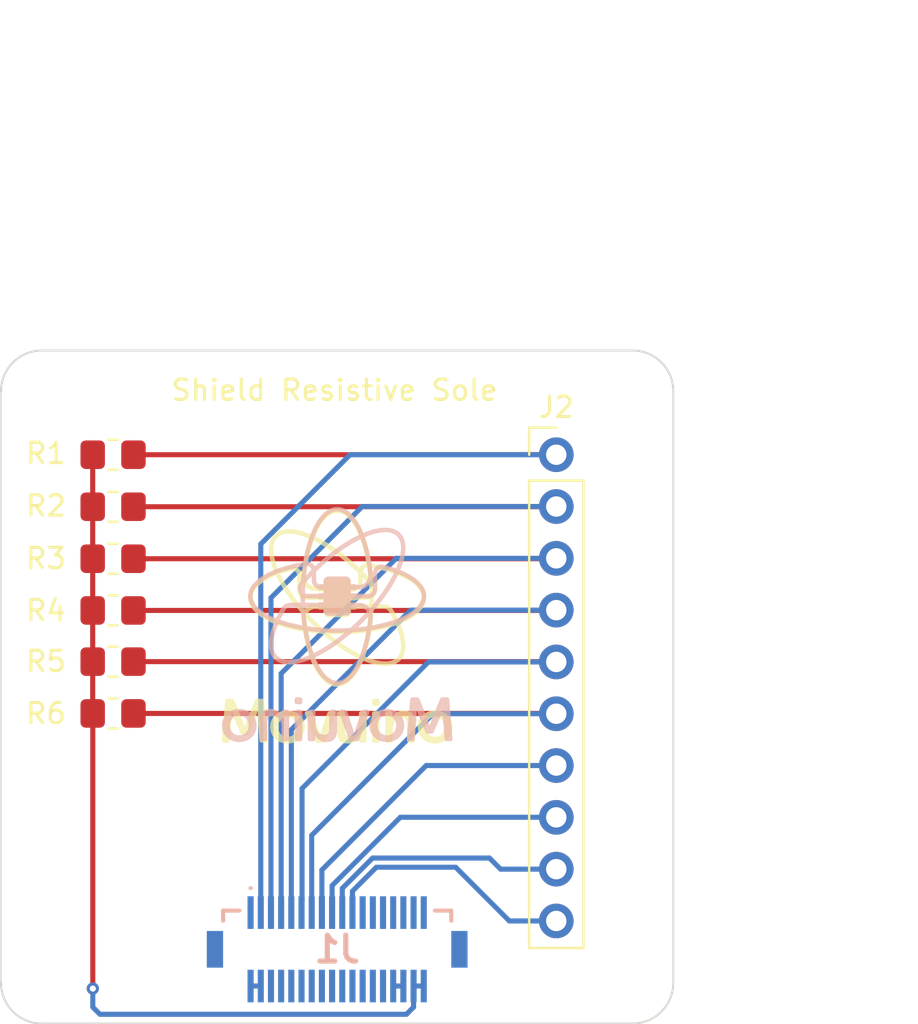
<source format=kicad_pcb>
(kicad_pcb (version 20171130) (host pcbnew "(5.1.10)-1")
  (layers (0 F.Cu signal) (31 B.Cu signal) (34 B.Paste user) (35 F.Paste user) (36 B.SilkS user) (37 F.SilkS user) (38 B.Mask user) (39 F.Mask user) (44 Edge.Cuts user))
  (net 0 "")
  (net 1 "Net-(J1-PadMP2)")
  (net 2 "Net-(J1-PadMP1)")
  (net 3 /GND)
  (net 4 /GPIO2)
  (net 5 /IO5)
  (net 6 /3v3)
  (net 7 /IO4)
  (net 8 /IO13)
  (net 9 /SCL)
  (net 10 /IO12)
  (net 11 /SDA)
  (net 12 /IO15)
  (net 13 /MISO)
  (net 14 /IO14)
  (net 15 /MOSI)
  (net 16 /IO27)
  (net 17 /SCK)
  (net 18 /IO26)
  (net 19 /TXD)
  (net 20 /IO25)
  (net 21 /RXD)
  (net 22 /IO33)
  (net 23 /GPIO0)
  (net 24 /IO32)
  (net 25 /RESET)
  (net 26 /IO35)
  (net 27 /PB)
  (net 28 /IO37)
  (net 29 /VBATT)
  (net 30 /IO34)
  (net 31 /BATT)
  (net 32 /IO39)
  (net 33 /5V)
  (net 34 /IO38)
  (net 35 /IO36)
  (module MountingHole:MountingHole_2.2mm_M2 (layer F.Cu) (at 171.3015 63.95414)
    (fp_text reference REF** hide)
    (fp_text value MountingHole_2.2mm_M2 hide)
    (pad "" np_thru_hole circle (at -40.6465 16.76086) (size 2.2 2.2) (drill 2.2) (layers *.Cu *.Mask))
  )
  (module MountingHole:MountingHole_2.2mm_M2 (layer F.Cu) (at 171.2515 92.90414)
    (fp_text reference REF** hide)
    (fp_text value MountingHole_2.2mm_M2 hide)
    (pad "" np_thru_hole circle (at -40.6465 16.76086) (size 2.2 2.2) (drill 2.2) (layers *.Cu *.Mask))
  )
  (module MountingHole:MountingHole_2.2mm_M2 (layer F.Cu) (at 166.01492 82.9646)
    (fp_text reference REF** hide)
    (fp_text value MountingHole_2.2mm_M2 hide)
    (pad "" np_thru_hole circle (at -6.26992 26.7004) (size 2.2 2.2) (drill 2.2) (layers *.Cu *.Mask))
  )
  (module MountingHole:MountingHole_2.2mm_M2 (layer F.Cu) (at 160.18816 85.22206)
    (fp_text reference REF** hide)
    (fp_text value MountingHole_2.2mm_M2 hide)
    (pad "" np_thru_hole circle (at -0.44316 -4.55706) (size 2.2 2.2) (drill 2.2) (layers *.Cu *.Mask))
  )
  (module MovuinoESP8266:LOGO_MOVUINO_BMP_11MM-BOTTOM (layer F.Cu) (at 145.203 90.725)
    (fp_text reference U$8 hide)
    (fp_text value LOGO_MOVUINOBOTTOM_11MM hide)
  )
  (module MovuinoESP8266:LOGO_MOVUINO_BMP_11MM-BOTTOM (layer B.Cu) (at 145.287 90.79916 180)
    (fp_text reference U$8 hide)
    (fp_text value LOGO_MOVUINOBOTTOM_11MM hide)
  )
  (module Resistor_SMD:R_0805_2012Metric_Pad1.20x1.40mm_HandSolder (layer F.Cu) (at 134.245 96.46 180)
    (fp_text reference R6 (at 3.295 -0.005) (layer F.SilkS))
    (fp_text value 10k)
    (pad 2 smd roundrect (at 1 0 180) (size 1.2 1.4) (layers F.Cu F.Paste F.Mask) (roundrect_rratio 0.2083325) (net 3 /GND))
    (pad 1 smd roundrect (at -1 0 180) (size 1.2 1.4) (layers F.Cu F.Paste F.Mask) (roundrect_rratio 0.2083325) (net 24 /IO32))
  )
  (module Resistor_SMD:R_0805_2012Metric_Pad1.20x1.40mm_HandSolder (layer F.Cu) (at 134.245 93.92 180)
    (fp_text reference R5 (at 3.295 0.013) (layer F.SilkS))
    (fp_text value 10k)
    (pad 2 smd roundrect (at 1 0 180) (size 1.2 1.4) (layers F.Cu F.Paste F.Mask) (roundrect_rratio 0.2083325) (net 3 /GND))
    (pad 1 smd roundrect (at -1 0 180) (size 1.2 1.4) (layers F.Cu F.Paste F.Mask) (roundrect_rratio 0.2083325) (net 26 /IO35))
  )
  (module Resistor_SMD:R_0805_2012Metric_Pad1.20x1.40mm_HandSolder (layer F.Cu) (at 134.245 91.41 180)
    (fp_text reference R4 (at 3.295 0.001) (layer F.SilkS))
    (fp_text value 10k)
    (pad 2 smd roundrect (at 1 0 180) (size 1.2 1.4) (layers F.Cu F.Paste F.Mask) (roundrect_rratio 0.2083325) (net 3 /GND))
    (pad 1 smd roundrect (at -1 0 180) (size 1.2 1.4) (layers F.Cu F.Paste F.Mask) (roundrect_rratio 0.2083325) (net 28 /IO37))
  )
  (module Resistor_SMD:R_0805_2012Metric_Pad1.20x1.40mm_HandSolder (layer F.Cu) (at 134.245 88.875 180)
    (fp_text reference R3 (at 3.295 0.014) (layer F.SilkS))
    (fp_text value 10k)
    (pad 2 smd roundrect (at 1 0 180) (size 1.2 1.4) (layers F.Cu F.Paste F.Mask) (roundrect_rratio 0.2083325) (net 3 /GND))
    (pad 1 smd roundrect (at -1 0 180) (size 1.2 1.4) (layers F.Cu F.Paste F.Mask) (roundrect_rratio 0.2083325) (net 30 /IO34))
  )
  (module Resistor_SMD:R_0805_2012Metric_Pad1.20x1.40mm_HandSolder (layer F.Cu) (at 134.245 86.325 180)
    (fp_text reference R2 (at 3.295 0.042) (layer F.SilkS))
    (fp_text value 10k)
    (pad 2 smd roundrect (at 1 0 180) (size 1.2 1.4) (layers F.Cu F.Paste F.Mask) (roundrect_rratio 0.2083325) (net 3 /GND))
    (pad 1 smd roundrect (at -1 0 180) (size 1.2 1.4) (layers F.Cu F.Paste F.Mask) (roundrect_rratio 0.2083325) (net 32 /IO39))
  )
  (module Resistor_SMD:R_0805_2012Metric_Pad1.20x1.40mm_HandSolder (layer F.Cu) (at 134.245 83.775 180)
    (fp_text reference R1 (at 3.295 0.07) (layer F.SilkS))
    (fp_text value 10k)
    (pad 2 smd roundrect (at 1 0 180) (size 1.2 1.4) (layers F.Cu F.Paste F.Mask) (roundrect_rratio 0.2083325) (net 3 /GND))
    (pad 1 smd roundrect (at -1 0 180) (size 1.2 1.4) (layers F.Cu F.Paste F.Mask) (roundrect_rratio 0.2083325) (net 34 /IO38))
  )
  (module Connector_PinHeader_2.54mm:PinHeader_1x10_P2.54mm_Vertical (layer F.Cu) (at 156 83.775)
    (fp_text reference J2 (at 0 -2.33) (layer F.SilkS))
    (fp_text value Conn_01x10)
    (pad 1 thru_hole oval (at 0 0) (size 1.7 1.7) (drill 1) (layers *.Cu *.Mask) (net 34 /IO38))
    (pad 2 thru_hole oval (at 0 2.54) (size 1.7 1.7) (drill 1) (layers *.Cu *.Mask) (net 32 /IO39))
    (pad 3 thru_hole oval (at 0 5.08) (size 1.7 1.7) (drill 1) (layers *.Cu *.Mask) (net 30 /IO34))
    (pad 4 thru_hole oval (at 0 7.62) (size 1.7 1.7) (drill 1) (layers *.Cu *.Mask) (net 28 /IO37))
    (pad 5 thru_hole oval (at 0 10.16) (size 1.7 1.7) (drill 1) (layers *.Cu *.Mask) (net 26 /IO35))
    (pad 6 thru_hole oval (at 0 12.7) (size 1.7 1.7) (drill 1) (layers *.Cu *.Mask) (net 24 /IO32))
    (pad 7 thru_hole oval (at 0 15.24) (size 1.7 1.7) (drill 1) (layers *.Cu *.Mask) (net 22 /IO33))
    (pad 8 thru_hole oval (at 0 17.78) (size 1.7 1.7) (drill 1) (layers *.Cu *.Mask) (net 20 /IO25))
    (pad 9 thru_hole oval (at 0 20.32) (size 1.7 1.7) (drill 1) (layers *.Cu *.Mask) (net 18 /IO26))
    (pad 10 thru_hole oval (at 0 22.86) (size 1.7 1.7) (drill 1) (layers *.Cu *.Mask) (net 16 /IO27))
  )
  (module DF12_3.0_-36DP-0.5V_86:DF123036DP05V86 (layer B.Cu) (at 145.245 108.025)
    (fp_text reference J1 (at 0 0) (layer B.SilkS) (effects (font (size 1.27 1.27) (thickness 0.254)) (justify mirror)))
    (fp_text value DF12_3.0_-36DP-0.5V_86_ hide)
    (pad MP2 smd rect (at 6 0) (size 0.8 1.8) (layers B.Cu B.Paste B.Mask) (net 1 "Net-(J1-PadMP2)"))
    (pad MP1 smd rect (at -6 0) (size 0.8 1.8) (layers B.Cu B.Paste B.Mask) (net 2 "Net-(J1-PadMP1)"))
    (pad MH2 np_thru_hole circle (at 5.3 1.5) (size 0.6 0) (drill 0.6) (layers *.Cu *.Mask))
    (pad MH1 np_thru_hole circle (at -5.3 1.5) (size 0.6 0) (drill 0.6) (layers *.Cu *.Mask))
    (pad 36 smd rect (at 4.25 1.8) (size 0.3 1.6) (layers B.Cu B.Paste B.Mask) (net 3 /GND))
    (pad 35 smd rect (at 4.25 -1.8) (size 0.3 1.6) (layers B.Cu B.Paste B.Mask) (net 4 /GPIO2))
    (pad 34 smd rect (at 3.75 1.8) (size 0.3 1.6) (layers B.Cu B.Paste B.Mask) (net 3 /GND))
    (pad 33 smd rect (at 3.75 -1.8) (size 0.3 1.6) (layers B.Cu B.Paste B.Mask) (net 5 /IO5))
    (pad 32 smd rect (at 3.25 1.8) (size 0.3 1.6) (layers B.Cu B.Paste B.Mask) (net 6 /3v3))
    (pad 31 smd rect (at 3.25 -1.8) (size 0.3 1.6) (layers B.Cu B.Paste B.Mask) (net 7 /IO4))
    (pad 30 smd rect (at 2.75 1.8) (size 0.3 1.6) (layers B.Cu B.Paste B.Mask) (net 6 /3v3))
    (pad 29 smd rect (at 2.75 -1.8) (size 0.3 1.6) (layers B.Cu B.Paste B.Mask) (net 8 /IO13))
    (pad 28 smd rect (at 2.25 1.8) (size 0.3 1.6) (layers B.Cu B.Paste B.Mask) (net 9 /SCL))
    (pad 27 smd rect (at 2.25 -1.8) (size 0.3 1.6) (layers B.Cu B.Paste B.Mask) (net 10 /IO12))
    (pad 26 smd rect (at 1.75 1.8) (size 0.3 1.6) (layers B.Cu B.Paste B.Mask) (net 11 /SDA))
    (pad 25 smd rect (at 1.75 -1.8) (size 0.3 1.6) (layers B.Cu B.Paste B.Mask) (net 12 /IO15))
    (pad 24 smd rect (at 1.25 1.8) (size 0.3 1.6) (layers B.Cu B.Paste B.Mask) (net 13 /MISO))
    (pad 23 smd rect (at 1.25 -1.8) (size 0.3 1.6) (layers B.Cu B.Paste B.Mask) (net 14 /IO14))
    (pad 22 smd rect (at 0.75 1.8) (size 0.3 1.6) (layers B.Cu B.Paste B.Mask) (net 15 /MOSI))
    (pad 21 smd rect (at 0.75 -1.8) (size 0.3 1.6) (layers B.Cu B.Paste B.Mask) (net 16 /IO27))
    (pad 20 smd rect (at 0.25 1.8) (size 0.3 1.6) (layers B.Cu B.Paste B.Mask) (net 17 /SCK))
    (pad 19 smd rect (at 0.25 -1.8) (size 0.3 1.6) (layers B.Cu B.Paste B.Mask) (net 18 /IO26))
    (pad 18 smd rect (at -0.25 1.8) (size 0.3 1.6) (layers B.Cu B.Paste B.Mask) (net 19 /TXD))
    (pad 17 smd rect (at -0.25 -1.8) (size 0.3 1.6) (layers B.Cu B.Paste B.Mask) (net 20 /IO25))
    (pad 16 smd rect (at -0.75 1.8) (size 0.3 1.6) (layers B.Cu B.Paste B.Mask) (net 21 /RXD))
    (pad 15 smd rect (at -0.75 -1.8) (size 0.3 1.6) (layers B.Cu B.Paste B.Mask) (net 22 /IO33))
    (pad 14 smd rect (at -1.25 1.8) (size 0.3 1.6) (layers B.Cu B.Paste B.Mask) (net 23 /GPIO0))
    (pad 13 smd rect (at -1.25 -1.8) (size 0.3 1.6) (layers B.Cu B.Paste B.Mask) (net 24 /IO32))
    (pad 12 smd rect (at -1.75 1.8) (size 0.3 1.6) (layers B.Cu B.Paste B.Mask) (net 25 /RESET))
    (pad 11 smd rect (at -1.75 -1.8) (size 0.3 1.6) (layers B.Cu B.Paste B.Mask) (net 26 /IO35))
    (pad 10 smd rect (at -2.25 1.8) (size 0.3 1.6) (layers B.Cu B.Paste B.Mask) (net 27 /PB))
    (pad 9 smd rect (at -2.25 -1.8) (size 0.3 1.6) (layers B.Cu B.Paste B.Mask) (net 28 /IO37))
    (pad 8 smd rect (at -2.75 1.8) (size 0.3 1.6) (layers B.Cu B.Paste B.Mask) (net 29 /VBATT))
    (pad 7 smd rect (at -2.75 -1.8) (size 0.3 1.6) (layers B.Cu B.Paste B.Mask) (net 30 /IO34))
    (pad 6 smd rect (at -3.25 1.8) (size 0.3 1.6) (layers B.Cu B.Paste B.Mask) (net 31 /BATT))
    (pad 5 smd rect (at -3.25 -1.8) (size 0.3 1.6) (layers B.Cu B.Paste B.Mask) (net 32 /IO39))
    (pad 4 smd rect (at -3.75 1.8) (size 0.3 1.6) (layers B.Cu B.Paste B.Mask) (net 33 /5V))
    (pad 3 smd rect (at -3.75 -1.8) (size 0.3 1.6) (layers B.Cu B.Paste B.Mask) (net 34 /IO38))
    (pad 2 smd rect (at -4.25 1.8) (size 0.3 1.6) (layers B.Cu B.Paste B.Mask) (net 33 /5V))
    (pad 1 smd rect (at -4.25 -1.8) (size 0.3 1.6) (layers B.Cu B.Paste B.Mask) (net 35 /IO36))
  )
  (gr_text "Shield Resistive Sole" (at 145.11 80.61) (layer F.SilkS) (effects (font (size 1 1))))
  (gr_arc (start 159.745 80.665) (end 159.745 78.665) (angle 90) (layer Edge.Cuts) (width 0.1))
  (gr_arc (start 130.745 80.665) (end 130.745 78.665) (angle -90) (layer Edge.Cuts) (width 0.1))
  (gr_line (start 130.745 78.665) (end 159.745 78.665) (layer Edge.Cuts) (width 0.1))
  (gr_arc (start 130.745 109.665) (end 130.745 111.665) (angle 90) (layer Edge.Cuts) (width 0.1))
  (gr_arc (start 159.745 109.665) (end 159.745 111.665) (angle -90) (layer Edge.Cuts) (width 0.1))
  (gr_line (start 130.745 111.665) (end 159.745 111.665) (layer Edge.Cuts) (width 0.1))
  (gr_line (start 161.745 80.665) (end 161.745 109.665) (layer Edge.Cuts) (width 0.1))
  (gr_line (start 128.745 109.665) (end 128.745 80.665) (layer Edge.Cuts) (width 0.05))
  (segment (start 133.245 83.775) (end 133.245 86.325) (width 0.25) (layer F.Cu) (net 3))
  (segment (start 133.245 86.325) (end 133.245 88.875) (width 0.25) (layer F.Cu) (net 3))
  (segment (start 133.245 88.875) (end 133.245 91.41) (width 0.25) (layer F.Cu) (net 3))
  (segment (start 133.245 91.41) (end 133.245 93.92) (width 0.25) (layer F.Cu) (net 3))
  (segment (start 133.245 93.92) (end 133.245 96.425) (width 0.25) (layer F.Cu) (net 3))
  (segment (start 148.995 109.825) (end 149.495 109.825) (width 0.25) (layer B.Cu) (net 3))
  (segment (start 133.245 96.425) (end 133.245 96.46) (width 0.25) (layer F.Cu) (net 3))
  (via (at 133.25 109.95) (size 0.6) (drill 0.3) (layers F.Cu B.Cu) (net 3))
  (segment (start 148.995 110.860002) (end 148.645002 111.21) (width 0.25) (layer B.Cu) (net 3))
  (segment (start 148.995 109.825) (end 148.995 110.860002) (width 0.25) (layer B.Cu) (net 3))
  (segment (start 148.645002 111.21) (end 133.6 111.21) (width 0.25) (layer B.Cu) (net 3))
  (segment (start 133.25 110.86) (end 133.25 109.95) (width 0.25) (layer B.Cu) (net 3))
  (segment (start 133.6 111.21) (end 133.25 110.86) (width 0.25) (layer B.Cu) (net 3))
  (segment (start 133.25 96.465) (end 133.245 96.46) (width 0.25) (layer F.Cu) (net 3))
  (segment (start 133.25 109.95) (end 133.25 96.465) (width 0.25) (layer F.Cu) (net 3))
  (segment (start 147.995 109.825) (end 148.495 109.825) (width 0.25) (layer B.Cu) (net 6))
  (segment (start 145.995 105.175) (end 147.17 104) (width 0.25) (layer B.Cu) (net 16))
  (segment (start 145.995 106.225) (end 145.995 105.175) (width 0.25) (layer B.Cu) (net 16))
  (segment (start 147.17 104) (end 151.06 104) (width 0.25) (layer B.Cu) (net 16))
  (segment (start 153.695 106.635) (end 156 106.635) (width 0.25) (layer B.Cu) (net 16))
  (segment (start 151.06 104) (end 153.695 106.635) (width 0.25) (layer B.Cu) (net 16))
  (segment (start 146.9836 103.54999) (end 152.71999 103.54999) (width 0.25) (layer B.Cu) (net 18))
  (segment (start 145.495 105.03859) (end 146.9836 103.54999) (width 0.25) (layer B.Cu) (net 18))
  (segment (start 145.495 106.225) (end 145.495 105.03859) (width 0.25) (layer B.Cu) (net 18))
  (segment (start 153.265 104.095) (end 156 104.095) (width 0.25) (layer B.Cu) (net 18))
  (segment (start 152.71999 103.54999) (end 153.265 104.095) (width 0.25) (layer B.Cu) (net 18))
  (segment (start 144.995 104.90218) (end 148.34718 101.55) (width 0.25) (layer B.Cu) (net 20))
  (segment (start 144.995 106.225) (end 144.995 104.90218) (width 0.25) (layer B.Cu) (net 20))
  (segment (start 155.995 101.55) (end 156 101.555) (width 0.25) (layer B.Cu) (net 20))
  (segment (start 148.34718 101.55) (end 155.995 101.55) (width 0.25) (layer B.Cu) (net 20))
  (segment (start 144.495 106.225) (end 144.495 104.135) (width 0.25) (layer B.Cu) (net 22))
  (segment (start 149.615 99.015) (end 156 99.015) (width 0.25) (layer B.Cu) (net 22))
  (segment (start 144.495 104.135) (end 149.615 99.015) (width 0.25) (layer B.Cu) (net 22))
  (segment (start 143.995 106.225) (end 143.995 102.435) (width 0.25) (layer B.Cu) (net 24))
  (segment (start 149.955 96.475) (end 156 96.475) (width 0.25) (layer B.Cu) (net 24))
  (segment (start 143.995 102.435) (end 149.955 96.475) (width 0.25) (layer B.Cu) (net 24))
  (segment (start 155.985 96.46) (end 156 96.475) (width 0.25) (layer F.Cu) (net 24))
  (segment (start 135.245 96.46) (end 155.985 96.46) (width 0.25) (layer F.Cu) (net 24))
  (segment (start 143.495 105.665) (end 143.519999 105.640001) (width 0.25) (layer B.Cu) (net 26))
  (segment (start 143.519999 105.640001) (end 143.519999 100.140001) (width 0.25) (layer B.Cu) (net 26))
  (segment (start 143.495 106.225) (end 143.495 105.665) (width 0.25) (layer B.Cu) (net 26))
  (segment (start 149.725 93.935) (end 156 93.935) (width 0.25) (layer B.Cu) (net 26))
  (segment (start 143.519999 100.140001) (end 149.725 93.935) (width 0.25) (layer B.Cu) (net 26))
  (segment (start 155.985 93.92) (end 156 93.935) (width 0.25) (layer F.Cu) (net 26))
  (segment (start 135.245 93.92) (end 155.985 93.92) (width 0.25) (layer F.Cu) (net 26))
  (segment (start 142.995 106.225) (end 142.995 97.255) (width 0.25) (layer B.Cu) (net 28))
  (segment (start 148.855 91.395) (end 156 91.395) (width 0.25) (layer B.Cu) (net 28))
  (segment (start 142.995 97.255) (end 148.855 91.395) (width 0.25) (layer B.Cu) (net 28))
  (segment (start 155.985 91.41) (end 156 91.395) (width 0.25) (layer F.Cu) (net 28))
  (segment (start 135.245 91.41) (end 155.985 91.41) (width 0.25) (layer F.Cu) (net 28))
  (segment (start 142.495 106.225) (end 142.495 94.505) (width 0.25) (layer B.Cu) (net 30))
  (segment (start 148.145 88.855) (end 156 88.855) (width 0.25) (layer B.Cu) (net 30))
  (segment (start 142.495 94.505) (end 148.145 88.855) (width 0.25) (layer B.Cu) (net 30))
  (segment (start 155.98 88.875) (end 156 88.855) (width 0.25) (layer F.Cu) (net 30))
  (segment (start 135.245 88.875) (end 155.98 88.875) (width 0.25) (layer F.Cu) (net 30))
  (segment (start 141.995 106.225) (end 141.995 90.795) (width 0.25) (layer B.Cu) (net 32))
  (segment (start 146.475 86.315) (end 156 86.315) (width 0.25) (layer B.Cu) (net 32))
  (segment (start 141.995 90.795) (end 146.475 86.315) (width 0.25) (layer B.Cu) (net 32))
  (segment (start 155.99 86.325) (end 156 86.315) (width 0.25) (layer F.Cu) (net 32))
  (segment (start 135.245 86.325) (end 155.99 86.325) (width 0.25) (layer F.Cu) (net 32))
  (segment (start 141.495 109.825) (end 140.995 109.825) (width 0.25) (layer B.Cu) (net 33))
  (segment (start 141.495 106.225) (end 141.495 88.155) (width 0.25) (layer B.Cu) (net 34))
  (segment (start 145.875 83.775) (end 156 83.775) (width 0.25) (layer B.Cu) (net 34))
  (segment (start 141.495 88.155) (end 145.875 83.775) (width 0.25) (layer B.Cu) (net 34))
  (segment (start 135.245 83.775) (end 156 83.775) (width 0.25) (layer F.Cu) (net 34))
)
</source>
